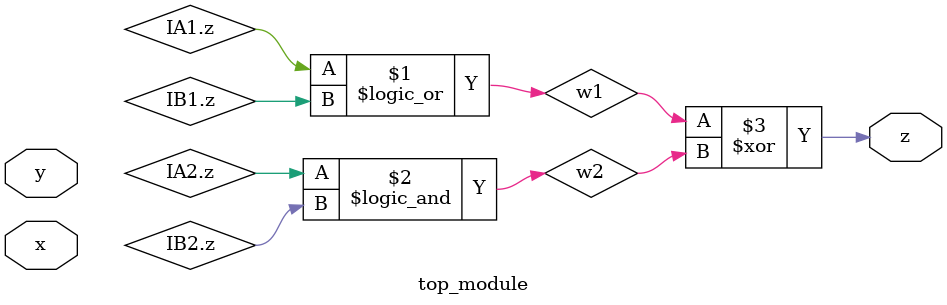
<source format=v>
module top_module (
        input x, 
        input y, 
        output z
);

	A IA1(.x(x),.y(y));
	B IB1(.x(x),.y(y));
	A IA2(.x(x),.y(y));
	B IB2(.x(x),.y(y));

	assign w1 = IA1.z || IB1.z;
	assign w2 = IA2.z && IB2.z;

	assign z = w1 ^ w2;



endmodule

</source>
